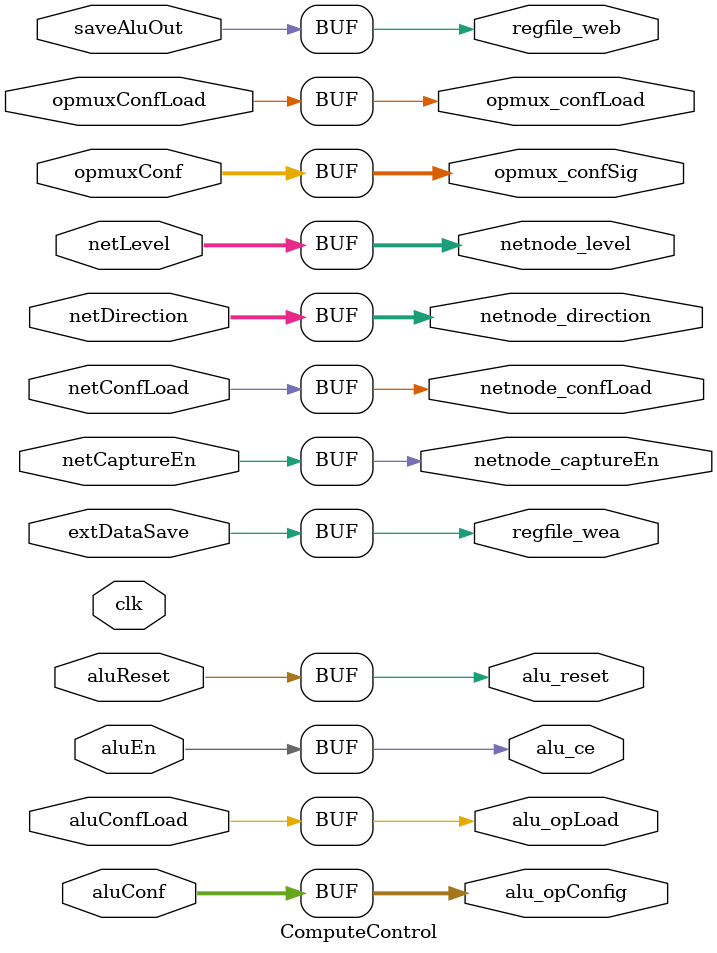
<source format=v>
/*********************************************************************************
* Copyright (c) 2022, Computer Systems Design Lab, University of Arkansas        *
*                                                                                *
* All rights reserved.                                                           *
*                                                                                *
* Permission is hereby granted, free of charge, to any person obtaining a copy   *
* of this software and associated documentation files (the "Software"), to deal  *
* in the Software without restriction, including without limitation the rights   *
* to use, copy, modify, merge, publish, distribute, sublicense, and/or sell      *
* copies of the Software, and to permit persons to whom the Software is          *
* furnished to do so, subject to the following conditions:                       *
*                                                                                *
* The above copyright notice and this permission notice shall be included in all *
* copies or substantial portions of the Software.                                *
*                                                                                *
* THE SOFTWARE IS PROVIDED "AS IS", WITHOUT WARRANTY OF ANY KIND, EXPRESS OR     *
* IMPLIED, INCLUDING BUT NOT LIMITED TO THE WARRANTIES OF MERCHANTABILITY,       *
* FITNESS FOR A PARTICULAR PURPOSE AND NONINFRINGEMENT. IN NO EVENT SHALL THE    *
* AUTHORS OR COPYRIGHT HOLDERS BE LIABLE FOR ANY CLAIM, DAMAGES OR OTHER         *
* LIABILITY, WHETHER IN AN ACTION OF CONTRACT, TORT OR OTHERWISE, ARISING FROM,  *
* OUT OF OR IN CONNECTION WITH THE SOFTWARE OR THE USE OR OTHER DEALINGS IN THE  *
* SOFTWARE.                                                                      *
**********************************************************************************

==================================================================================

  Author: MD Arafat Kabir
  Email : arafat.sun@gmail.com
  Date  : Mon, Dec 19, 06:35 PM CST 2022

  Description:
  Control module for the Compute block (Processing Block). Takes in all the
  control signals from the interface, then generates the control signals
  for individual modules of the Compute block. It can have states (reg).

================================================================================*/


/*
Usage: Converts the interface controls to internal module controls.
       For now, I am trying to avoid adding additional logic between
       the FSM signals and the target submodule. This somewhat breaks
       the modularity of the code-base/design. This is okay for
       this specific design because I don't have enough information to
       make the right design choice. 
*/


module ComputeControl #(
// Parameters: These default values are meaningless
    parameter ALU_CONF_WIDTH   = 8,
    parameter OPMUX_CONF_WIDTH = 8,
    parameter NET_LEVEL_WIDTH  = 8,
    parameter NET_DIR_WIDTH    = 8
) (
    clk,

    // ---- Interface signals ----
    netLevel,       // selects the current tree level
    netDirection,   // selects the network direction
    netConfLoad,    // load network configuration
    netCaptureEn,   // enable network capture registers

    aluConfLoad,    // load alu configurations
    aluConf,        // configuration for ALU
    aluEn,          // enable ALU for computation (holds the ALU state if aluEN=0)
    aluReset,       // reset alu state

    opmuxConfLoad,  // load opmux configurations
    opmuxConf,      // configuration for opmux module

    extDataSave,    // save external data into BRAM (uses addrA)
    saveAluOut,     // save the output of ALU (uses addrB)

    // ---- Internal control signals ----
    // alu
    alu_ce,
    alu_opConfig,
    alu_opLoad,
    alu_reset,

    // opmux
    opmux_confSig,
    opmux_confLoad,

    // regfile
    regfile_wea,
    regfile_web,

    // network
    netnode_level,
    netnode_direction,
    netnode_confLoad,
    netnode_captureEn
);




// IO ports
input  wire  clk; 
input  wire  aluConfLoad;
input  wire  aluEn;
input  wire  aluReset;
input  wire  opmuxConfLoad;
input  wire  extDataSave;
input  wire  saveAluOut;

input  [NET_LEVEL_WIDTH-1:0] netLevel;
input  [NET_DIR_WIDTH-1:0]   netDirection;
input                        netConfLoad;
input                        netCaptureEn;

input  wire  [ALU_CONF_WIDTH-1:0]    aluConf;
input  wire  [OPMUX_CONF_WIDTH-1:0]  opmuxConf;

output wire  alu_ce;
output wire  alu_opLoad;
output wire  alu_reset;
output wire  opmux_confLoad;
output wire  regfile_wea;
output wire  regfile_web;

output wire  [ALU_CONF_WIDTH-1:0]   alu_opConfig;
output wire  [OPMUX_CONF_WIDTH-1:0] opmux_confSig;

output wire [NET_LEVEL_WIDTH-1:0] netnode_level;
output wire [NET_DIR_WIDTH-1:0]   netnode_direction;
output wire                       netnode_confLoad;
output wire                       netnode_captureEn;



// Controls for alu
assign alu_ce       = aluEn;
assign alu_opConfig = aluConf;
assign alu_opLoad   = aluConfLoad;
assign alu_reset    = aluReset;


// Controls for opmux
assign opmux_confSig  = opmuxConf;
assign opmux_confLoad = opmuxConfLoad;


// Controls for register-file
assign regfile_wea = extDataSave; 
assign regfile_web = saveAluOut;


// Controls for network module
assign netnode_level = netLevel;
assign netnode_direction = netDirection;
assign netnode_confLoad = netConfLoad;
assign netnode_captureEn = netCaptureEn;


endmodule

</source>
